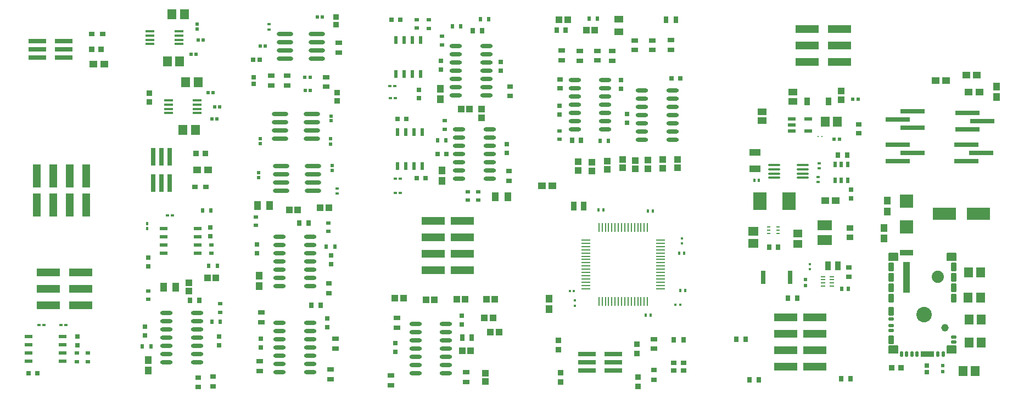
<source format=gbr>
%TF.GenerationSoftware,Altium Limited,Altium Designer,25.7.1 (20)*%
G04 Layer_Color=255*
%FSLAX45Y45*%
%MOMM*%
%TF.SameCoordinates,D8C98939-B5AC-4A14-9F93-74B2487226E3*%
%TF.FilePolarity,Positive*%
%TF.FileFunction,Pads,Top*%
%TF.Part,Single*%
G01*
G75*
%TA.AperFunction,SMDPad,CuDef*%
%ADD10R,3.68000X1.27000*%
%ADD11R,0.49000X0.55000*%
%ADD12R,0.90620X0.85490*%
%ADD13R,1.20840X1.01213*%
%ADD14R,1.01213X1.20840*%
%ADD15R,1.40000X1.50000*%
%ADD16R,1.35620X1.05500*%
%ADD17R,0.70000X0.90000*%
%ADD18R,0.22000X1.47500*%
%ADD19R,1.47500X0.22000*%
%ADD20R,1.47500X0.20000*%
%ADD21R,0.20000X1.47500*%
%ADD22R,1.00000X1.00000*%
%ADD23R,0.65000X0.90000*%
%ADD24R,1.05000X1.15000*%
%ADD25R,3.73000X0.74000*%
%ADD26R,1.00000X1.00000*%
%ADD27R,1.15000X1.05000*%
%ADD28R,1.45000X0.36000*%
%ADD29R,0.47500X0.47247*%
%ADD30O,2.50000X0.70000*%
%ADD31R,0.47247X0.47500*%
%ADD32R,0.93504X0.96213*%
%ADD33R,2.00000X2.00000*%
%ADD34R,0.47500X0.50000*%
%ADD35R,0.57247X0.56818*%
%ADD36R,1.40574X1.50822*%
%ADD37R,3.55000X1.85000*%
%TA.AperFunction,SMDPad,SMDef*%
G04:AMPARAMS|DCode=38|XSize=1.5mm|YSize=1.27mm|CornerRadius=0.0508mm|HoleSize=0mm|Usage=FLASHONLY|Rotation=0.000|XOffset=0mm|YOffset=0mm|HoleType=Round|Shape=RoundedRectangle|*
%AMROUNDEDRECTD38*
21,1,1.50000,1.16840,0,0,0.0*
21,1,1.39840,1.27000,0,0,0.0*
1,1,0.10160,0.69920,-0.58420*
1,1,0.10160,-0.69920,-0.58420*
1,1,0.10160,-0.69920,0.58420*
1,1,0.10160,0.69920,0.58420*
%
%ADD38ROUNDEDRECTD38*%
G04:AMPARAMS|DCode=39|XSize=0.8mm|YSize=1.3mm|CornerRadius=0.052mm|HoleSize=0mm|Usage=FLASHONLY|Rotation=0.000|XOffset=0mm|YOffset=0mm|HoleType=Round|Shape=RoundedRectangle|*
%AMROUNDEDRECTD39*
21,1,0.80000,1.19600,0,0,0.0*
21,1,0.69600,1.30000,0,0,0.0*
1,1,0.10400,0.34800,-0.59800*
1,1,0.10400,-0.34800,-0.59800*
1,1,0.10400,-0.34800,0.59800*
1,1,0.10400,0.34800,0.59800*
%
%ADD39ROUNDEDRECTD39*%
G04:AMPARAMS|DCode=40|XSize=0.8mm|YSize=0.5mm|CornerRadius=0.05mm|HoleSize=0mm|Usage=FLASHONLY|Rotation=0.000|XOffset=0mm|YOffset=0mm|HoleType=Round|Shape=RoundedRectangle|*
%AMROUNDEDRECTD40*
21,1,0.80000,0.40000,0,0,0.0*
21,1,0.70000,0.50000,0,0,0.0*
1,1,0.10000,0.35000,-0.20000*
1,1,0.10000,-0.35000,-0.20000*
1,1,0.10000,-0.35000,0.20000*
1,1,0.10000,0.35000,0.20000*
%
%ADD40ROUNDEDRECTD40*%
%ADD41C,2.39203*%
G04:AMPARAMS|DCode=42|XSize=2.1mm|YSize=0.8mm|CornerRadius=0.052mm|HoleSize=0mm|Usage=FLASHONLY|Rotation=0.000|XOffset=0mm|YOffset=0mm|HoleType=Round|Shape=RoundedRectangle|*
%AMROUNDEDRECTD42*
21,1,2.10000,0.69600,0,0,0.0*
21,1,1.99600,0.80000,0,0,0.0*
1,1,0.10400,0.99800,-0.34800*
1,1,0.10400,-0.99800,-0.34800*
1,1,0.10400,-0.99800,0.34800*
1,1,0.10400,0.99800,0.34800*
%
%ADD42ROUNDEDRECTD42*%
%TA.AperFunction,SMDPad,CuDef*%
%ADD43R,1.45000X0.35000*%
%ADD44R,0.74000X2.79000*%
%ADD45R,0.80000X0.95000*%
%ADD46R,1.45620X1.25464*%
%ADD47R,2.30620X1.55490*%
%ADD48R,0.52000X0.45000*%
%ADD49R,0.52000X0.48000*%
%ADD50R,1.35620X1.05464*%
%ADD51R,0.91000X1.22000*%
%TA.AperFunction,SMDPad,SMDef*%
%ADD52C,1.17000*%
%TA.AperFunction,SMDPad,CuDef*%
%ADD53R,0.96213X0.91340*%
%ADD54R,1.27000X3.68000*%
%ADD55R,1.05000X1.40000*%
%ADD56O,1.90000X0.60000*%
%TA.AperFunction,SMDPad,SMDef*%
G04:AMPARAMS|DCode=57|XSize=1.1mm|YSize=4.74mm|CornerRadius=0.0495mm|HoleSize=0mm|Usage=FLASHONLY|Rotation=0.000|XOffset=0mm|YOffset=0mm|HoleType=Round|Shape=RoundedRectangle|*
%AMROUNDEDRECTD57*
21,1,1.10000,4.64100,0,0,0.0*
21,1,1.00100,4.74000,0,0,0.0*
1,1,0.09900,0.50050,-2.32050*
1,1,0.09900,-0.50050,-2.32050*
1,1,0.09900,-0.50050,2.32050*
1,1,0.09900,0.50050,2.32050*
%
%ADD57ROUNDEDRECTD57*%
G04:AMPARAMS|DCode=58|XSize=0.5mm|YSize=0.8mm|CornerRadius=0.05mm|HoleSize=0mm|Usage=FLASHONLY|Rotation=0.000|XOffset=0mm|YOffset=0mm|HoleType=Round|Shape=RoundedRectangle|*
%AMROUNDEDRECTD58*
21,1,0.50000,0.70000,0,0,0.0*
21,1,0.40000,0.80000,0,0,0.0*
1,1,0.10000,0.20000,-0.35000*
1,1,0.10000,-0.20000,-0.35000*
1,1,0.10000,-0.20000,0.35000*
1,1,0.10000,0.20000,0.35000*
%
%ADD58ROUNDEDRECTD58*%
%ADD59C,1.89000*%
%TA.AperFunction,SMDPad,CuDef*%
G04:AMPARAMS|DCode=60|XSize=0.57mm|YSize=0.22mm|CornerRadius=0.0363mm|HoleSize=0mm|Usage=FLASHONLY|Rotation=180.000|XOffset=0mm|YOffset=0mm|HoleType=Round|Shape=RoundedRectangle|*
%AMROUNDEDRECTD60*
21,1,0.57000,0.14740,0,0,180.0*
21,1,0.49740,0.22000,0,0,180.0*
1,1,0.07260,-0.24870,0.07370*
1,1,0.07260,0.24870,0.07370*
1,1,0.07260,0.24870,-0.07370*
1,1,0.07260,-0.24870,-0.07370*
%
%ADD60ROUNDEDRECTD60*%
%ADD61R,0.46500X0.46000*%
%ADD62R,0.46000X0.47247*%
%ADD63R,0.47247X0.46000*%
%ADD64O,1.90000X0.35000*%
%ADD65R,1.15000X0.57000*%
%ADD66R,0.90000X0.70000*%
%ADD67R,0.65000X0.70000*%
%ADD68R,0.80000X1.00000*%
%ADD69R,1.00000X0.80000*%
%ADD70R,0.60000X0.90000*%
%ADD71R,0.70000X0.70000*%
%ADD72R,1.70000X1.10000*%
%ADD73R,2.00000X2.80000*%
%ADD74R,1.40000X1.05000*%
%ADD75R,0.60000X0.80000*%
%ADD76R,0.70000X0.65000*%
%ADD77R,0.95000X1.35000*%
%ADD78R,1.05000X0.90000*%
%ADD79R,0.94000X0.75000*%
%ADD80R,0.67248X0.66817*%
%ADD81R,0.62000X0.65000*%
G04:AMPARAMS|DCode=82|XSize=0.6mm|YSize=0.22mm|CornerRadius=0.044mm|HoleSize=0mm|Usage=FLASHONLY|Rotation=0.000|XOffset=0mm|YOffset=0mm|HoleType=Round|Shape=RoundedRectangle|*
%AMROUNDEDRECTD82*
21,1,0.60000,0.13200,0,0,0.0*
21,1,0.51200,0.22000,0,0,0.0*
1,1,0.08800,0.25600,-0.06600*
1,1,0.08800,-0.25600,-0.06600*
1,1,0.08800,-0.25600,0.06600*
1,1,0.08800,0.25600,0.06600*
%
%ADD82ROUNDEDRECTD82*%
G04:AMPARAMS|DCode=83|XSize=0.6mm|YSize=0.215mm|CornerRadius=0.043mm|HoleSize=0mm|Usage=FLASHONLY|Rotation=0.000|XOffset=0mm|YOffset=0mm|HoleType=Round|Shape=RoundedRectangle|*
%AMROUNDEDRECTD83*
21,1,0.60000,0.12900,0,0,0.0*
21,1,0.51400,0.21500,0,0,0.0*
1,1,0.08600,0.25700,-0.06450*
1,1,0.08600,-0.25700,-0.06450*
1,1,0.08600,-0.25700,0.06450*
1,1,0.08600,0.25700,0.06450*
%
%ADD83ROUNDEDRECTD83*%
%ADD84R,0.62000X0.58000*%
%ADD85R,1.50822X1.40574*%
%ADD86R,0.80000X2.00000*%
%ADD87R,0.80000X0.90000*%
%ADD88R,0.95000X0.75000*%
%ADD89R,0.90000X0.80000*%
%ADD90R,0.35000X0.42000*%
%ADD91R,0.95000X0.95000*%
%ADD92R,0.80000X0.60000*%
%ADD93R,0.93000X1.37000*%
%ADD94R,0.45000X0.42000*%
%ADD95R,0.43000X0.45000*%
G04:AMPARAMS|DCode=96|XSize=0.57mm|YSize=0.2mm|CornerRadius=0.033mm|HoleSize=0mm|Usage=FLASHONLY|Rotation=180.000|XOffset=0mm|YOffset=0mm|HoleType=Round|Shape=RoundedRectangle|*
%AMROUNDEDRECTD96*
21,1,0.57000,0.13400,0,0,180.0*
21,1,0.50400,0.20000,0,0,180.0*
1,1,0.06600,-0.25200,0.06700*
1,1,0.06600,0.25200,0.06700*
1,1,0.06600,0.25200,-0.06700*
1,1,0.06600,-0.25200,-0.06700*
%
%ADD96ROUNDEDRECTD96*%
%ADD97R,1.00000X0.75000*%
%ADD98R,0.47000X0.45000*%
%ADD99R,0.75000X0.94000*%
%ADD100R,0.45000X0.47000*%
G04:AMPARAMS|DCode=101|XSize=0.55mm|YSize=1.25mm|CornerRadius=0.0495mm|HoleSize=0mm|Usage=FLASHONLY|Rotation=90.000|XOffset=0mm|YOffset=0mm|HoleType=Round|Shape=RoundedRectangle|*
%AMROUNDEDRECTD101*
21,1,0.55000,1.15100,0,0,90.0*
21,1,0.45100,1.25000,0,0,90.0*
1,1,0.09900,0.57550,0.22550*
1,1,0.09900,0.57550,-0.22550*
1,1,0.09900,-0.57550,-0.22550*
1,1,0.09900,-0.57550,0.22550*
%
%ADD101ROUNDEDRECTD101*%
G04:AMPARAMS|DCode=102|XSize=0.55mm|YSize=1.25mm|CornerRadius=0.0495mm|HoleSize=0mm|Usage=FLASHONLY|Rotation=180.000|XOffset=0mm|YOffset=0mm|HoleType=Round|Shape=RoundedRectangle|*
%AMROUNDEDRECTD102*
21,1,0.55000,1.15100,0,0,180.0*
21,1,0.45100,1.25000,0,0,180.0*
1,1,0.09900,-0.22550,0.57550*
1,1,0.09900,0.22550,0.57550*
1,1,0.09900,0.22550,-0.57550*
1,1,0.09900,-0.22550,-0.57550*
%
%ADD102ROUNDEDRECTD102*%
%ADD103R,2.79000X0.74000*%
%ADD104R,0.25000X0.28000*%
%ADD105R,1.15000X0.60000*%
%ADD106R,0.53000X0.55000*%
%ADD107R,0.66817X0.67248*%
%ADD108R,0.46818X0.47247*%
%ADD109R,0.90000X0.80000*%
%ADD110R,0.95000X0.95000*%
D10*
X3150000Y4336500D02*
D03*
X3645000D02*
D03*
X3150000Y4082500D02*
D03*
X3645000D02*
D03*
X3150000Y3828500D02*
D03*
X3645000D02*
D03*
X15347501Y7582500D02*
D03*
X14852499D02*
D03*
X15347501Y7836500D02*
D03*
X14852499D02*
D03*
X15347501Y8090500D02*
D03*
X14852499D02*
D03*
X9085499Y4874499D02*
D03*
X14964999Y3381502D02*
D03*
Y3127502D02*
D03*
Y2873502D02*
D03*
X14521002Y3127502D02*
D03*
X14964999Y3635502D02*
D03*
X14521002Y3381502D02*
D03*
Y3635502D02*
D03*
Y2873502D02*
D03*
X9529501Y4874499D02*
D03*
X9085499Y4620499D02*
D03*
X9529501D02*
D03*
X9085499Y4366499D02*
D03*
X9529501Y5128499D02*
D03*
Y4366499D02*
D03*
X9085499Y5128499D02*
D03*
D11*
X15350000Y6395000D02*
D03*
X15264999D02*
D03*
D12*
X7605000Y7110130D02*
D03*
Y6985000D02*
D03*
X7587500Y8157433D02*
D03*
Y8282563D02*
D03*
D13*
X15124878Y5440000D02*
D03*
X15285252D02*
D03*
X16990373Y7297500D02*
D03*
X16830000D02*
D03*
X10920187Y5667500D02*
D03*
X10759813D02*
D03*
D14*
X9190000Y7173186D02*
D03*
Y7012812D02*
D03*
X9220000Y5905122D02*
D03*
Y5744749D02*
D03*
X6397500Y4285124D02*
D03*
Y4124750D02*
D03*
X4687500Y2980122D02*
D03*
Y2819748D02*
D03*
X10872500Y3927687D02*
D03*
Y3767314D02*
D03*
X16032500Y5020187D02*
D03*
Y4859813D02*
D03*
D15*
X5245000Y8322500D02*
D03*
X5055000D02*
D03*
X17345000Y3252500D02*
D03*
X17535001D02*
D03*
X17342500Y3610000D02*
D03*
X17532500D02*
D03*
X17337500Y4332500D02*
D03*
X17527499D02*
D03*
X17332500Y3942500D02*
D03*
X17522501D02*
D03*
X5265000Y7270000D02*
D03*
X5455000D02*
D03*
X5415000Y6535000D02*
D03*
X5225000D02*
D03*
X5175000Y7597500D02*
D03*
X4985000D02*
D03*
D16*
X14152499Y6677411D02*
D03*
Y6812588D02*
D03*
D17*
X9835000Y8067500D02*
D03*
X9695000D02*
D03*
X11222498Y6372500D02*
D03*
X11362498D02*
D03*
X7157500Y5100000D02*
D03*
X7017500D02*
D03*
X5472500Y3900000D02*
D03*
X5332500D02*
D03*
X10984999Y8080001D02*
D03*
X7344999Y3830000D02*
D03*
X11125004Y8080001D02*
D03*
X7205000Y3830000D02*
D03*
D18*
X12287001Y5032299D02*
D03*
X11637000D02*
D03*
X12387001Y3884696D02*
D03*
X11936999Y5032299D02*
D03*
X11687002Y3884696D02*
D03*
X11787002D02*
D03*
X12087001D02*
D03*
X12036999Y5032299D02*
D03*
X12387001D02*
D03*
X11987002Y3884696D02*
D03*
X11936999D02*
D03*
X12236999Y5032299D02*
D03*
X12136999D02*
D03*
X11836999D02*
D03*
X12287001Y3884696D02*
D03*
X12236999D02*
D03*
X11637000D02*
D03*
X11687002Y5032299D02*
D03*
D19*
X12585802Y4283497D02*
D03*
Y4433499D02*
D03*
Y4183497D02*
D03*
X11438199Y4283497D02*
D03*
Y4483496D02*
D03*
X12585802Y4683496D02*
D03*
X11438199Y4383496D02*
D03*
X12585802Y4783496D02*
D03*
Y4083497D02*
D03*
Y4833498D02*
D03*
Y4333499D02*
D03*
X11438199Y4083497D02*
D03*
Y4183497D02*
D03*
Y4683496D02*
D03*
Y4583496D02*
D03*
Y4783496D02*
D03*
Y4833498D02*
D03*
X12585802Y4533499D02*
D03*
D20*
X11438199Y4633498D02*
D03*
X12585802Y4133499D02*
D03*
Y4233499D02*
D03*
X11438199D02*
D03*
X12585802Y4483496D02*
D03*
X11438199Y4333499D02*
D03*
X12585802Y4733498D02*
D03*
Y4583496D02*
D03*
X11438199Y4533499D02*
D03*
Y4433499D02*
D03*
X12585802Y4383496D02*
D03*
X11438199Y4733498D02*
D03*
Y4133499D02*
D03*
X12585802Y4633498D02*
D03*
D21*
X12187001Y5032299D02*
D03*
X11887002D02*
D03*
X11787002D02*
D03*
X11737000D02*
D03*
Y3884696D02*
D03*
X11836999D02*
D03*
X11887002D02*
D03*
X12036999D02*
D03*
X12136999D02*
D03*
X12087001Y5032299D02*
D03*
X12187001Y3884696D02*
D03*
X11987002Y5032299D02*
D03*
X12336998D02*
D03*
Y3884696D02*
D03*
D22*
X9662500Y3119999D02*
D03*
X6995000Y5300000D02*
D03*
X6865000D02*
D03*
X7470001Y5332500D02*
D03*
X11442500Y8080000D02*
D03*
X11572500D02*
D03*
X9512500Y6855000D02*
D03*
X9642500D02*
D03*
X7340000Y5332500D02*
D03*
X5730000Y4247500D02*
D03*
X5600000D02*
D03*
X11025000Y8240000D02*
D03*
X11155000D02*
D03*
X8492500Y3939997D02*
D03*
X8622502D02*
D03*
X10095001Y3410001D02*
D03*
X9100002Y3912499D02*
D03*
X10035002Y3920002D02*
D03*
X10002500Y3632500D02*
D03*
X9572503Y3920002D02*
D03*
X9442501D02*
D03*
X9964999Y3410001D02*
D03*
X9532498Y3119999D02*
D03*
X9872497Y3632500D02*
D03*
X9904999Y3920002D02*
D03*
X8970000Y3912499D02*
D03*
D23*
X13957500Y2675000D02*
D03*
X14102499D02*
D03*
X13902499Y3300000D02*
D03*
X13757500D02*
D03*
X14555000Y3932500D02*
D03*
X14700000D02*
D03*
X15372501Y2687500D02*
D03*
X15517500D02*
D03*
D24*
X17767500Y7040000D02*
D03*
Y7205000D02*
D03*
X16082500Y5440000D02*
D03*
Y5275000D02*
D03*
D25*
X16472499Y6179998D02*
D03*
X17547501Y6667500D02*
D03*
X17321501Y6540500D02*
D03*
Y6794500D02*
D03*
X17306496Y6307000D02*
D03*
X16246500Y6052998D02*
D03*
X17532500Y6180000D02*
D03*
X17306496Y6053000D02*
D03*
X16246500Y6306998D02*
D03*
X16475502Y6570502D02*
D03*
Y6824502D02*
D03*
X16249498Y6697502D02*
D03*
D26*
X12620000Y5945002D02*
D03*
X15372501Y7132500D02*
D03*
X5318498Y4173459D02*
D03*
Y4043459D02*
D03*
X9825000Y6725000D02*
D03*
Y6855000D02*
D03*
X12005001Y6077502D02*
D03*
X11530001Y5902501D02*
D03*
X11317502Y5910001D02*
D03*
X9884999Y2647498D02*
D03*
X12392503Y5937499D02*
D03*
X12200002Y5932504D02*
D03*
X12005001Y5947499D02*
D03*
X11765001Y5922499D02*
D03*
X12847498Y5949996D02*
D03*
X15372501Y7002503D02*
D03*
X9884999Y2777500D02*
D03*
X11317502Y6039998D02*
D03*
X11530001Y6032503D02*
D03*
X12620000Y6075004D02*
D03*
X12392503Y6067501D02*
D03*
X12847498Y6079998D02*
D03*
X12200002Y6062501D02*
D03*
X11765001Y6052502D02*
D03*
D27*
X17302499Y7382500D02*
D03*
X17467500D02*
D03*
X17505000Y7120000D02*
D03*
X17339999D02*
D03*
X4007500Y7552004D02*
D03*
X3842496D02*
D03*
X5610001Y5919998D02*
D03*
X5445003D02*
D03*
D28*
X4997503Y6925004D02*
D03*
X5442501D02*
D03*
X4997503Y6860001D02*
D03*
X5442501D02*
D03*
Y6795002D02*
D03*
X4997503D02*
D03*
X5442501Y6990003D02*
D03*
X4997503D02*
D03*
D29*
X7297501Y8282498D02*
D03*
X5349646Y7700000D02*
D03*
X5456969Y7927503D02*
D03*
X6417142Y7830002D02*
D03*
X7373214Y8282498D02*
D03*
X6492855Y7830002D02*
D03*
X5532681Y7927503D02*
D03*
X5425359Y7700000D02*
D03*
D30*
X7287499Y8017002D02*
D03*
X6735003Y5592999D02*
D03*
X6717502Y6397000D02*
D03*
X6797502Y7763002D02*
D03*
X7225000Y5846999D02*
D03*
X7207499Y6651000D02*
D03*
X6735003Y5719999D02*
D03*
X7287499Y7636002D02*
D03*
X6717502Y6778000D02*
D03*
X6735003Y5973999D02*
D03*
X6797502Y7890002D02*
D03*
X7287499D02*
D03*
X6797502Y7636002D02*
D03*
X7287499Y7763002D02*
D03*
X6797502Y8017002D02*
D03*
X7225000Y5592999D02*
D03*
X6717502Y6651000D02*
D03*
X7207499Y6524000D02*
D03*
X6735003Y5846999D02*
D03*
X7225000Y5719999D02*
D03*
X7207499Y6397000D02*
D03*
Y6778000D02*
D03*
X6717502Y6524000D02*
D03*
X7225000Y5973999D02*
D03*
D31*
X6390000Y5797144D02*
D03*
X6417498Y6400002D02*
D03*
X7525202Y5983077D02*
D03*
X7504999Y6674998D02*
D03*
X5445003Y8092140D02*
D03*
Y8167853D02*
D03*
X7504999Y6750710D02*
D03*
X7525202Y5907364D02*
D03*
X6417498Y6324290D02*
D03*
X6390000Y5872856D02*
D03*
D32*
X16154420Y2862499D02*
D03*
X16297499D02*
D03*
D33*
X16382503Y5435001D02*
D03*
Y5035001D02*
D03*
D34*
X5671790Y6707500D02*
D03*
X5714643Y6895002D02*
D03*
X5609646Y7107499D02*
D03*
X5685358D02*
D03*
X5790356Y6895002D02*
D03*
X5747502Y6707500D02*
D03*
D35*
X16937500Y2804571D02*
D03*
Y2895000D02*
D03*
D36*
X17249998Y2812501D02*
D03*
X17435246D02*
D03*
X15312502Y6662501D02*
D03*
X15127254D02*
D03*
D37*
X16962502Y5237500D02*
D03*
X17492497D02*
D03*
D38*
X16174998Y3136499D02*
D03*
X17075003D02*
D03*
X16174998Y4573499D02*
D03*
X17075003D02*
D03*
D39*
X16139998Y3295000D02*
D03*
Y3734999D02*
D03*
Y3934998D02*
D03*
Y4094998D02*
D03*
Y4254998D02*
D03*
Y4414998D02*
D03*
X17109999Y3934998D02*
D03*
Y4094998D02*
D03*
Y4254998D02*
D03*
Y4414998D02*
D03*
D40*
X16139998Y3514999D02*
D03*
X17109999Y3335000D02*
D03*
Y3255000D02*
D03*
X16139998Y3434999D02*
D03*
Y3614999D02*
D03*
D41*
X16652890Y3681049D02*
D03*
D42*
X16705000Y3070001D02*
D03*
X16385002Y4640001D02*
D03*
D43*
X5162499Y7862494D02*
D03*
Y7927497D02*
D03*
Y8057495D02*
D03*
X4717501Y7862494D02*
D03*
Y8057495D02*
D03*
X5162499Y7992496D02*
D03*
X4717501Y7927497D02*
D03*
Y7992496D02*
D03*
D44*
X5022002Y6120003D02*
D03*
X4895002D02*
D03*
X4768002D02*
D03*
X5022002Y5713004D02*
D03*
X4895002D02*
D03*
X4768002D02*
D03*
D45*
X14267500Y4727499D02*
D03*
X14402501D02*
D03*
D46*
X14707500Y4772503D02*
D03*
Y4937658D02*
D03*
D47*
X15120000Y4834936D02*
D03*
Y5060061D02*
D03*
D48*
X7600002Y5628998D02*
D03*
X6555001Y8166500D02*
D03*
X7600002Y5551000D02*
D03*
X6555001Y8088502D02*
D03*
D49*
X7499998Y6396498D02*
D03*
Y6318499D02*
D03*
D50*
X14625002Y6972422D02*
D03*
Y7117578D02*
D03*
D51*
X14852498Y6977502D02*
D03*
X15179497D02*
D03*
D52*
X16975500Y3474999D02*
D03*
D53*
X4702501Y7105455D02*
D03*
Y6964546D02*
D03*
D54*
X3729000Y5822500D02*
D03*
Y5378503D02*
D03*
X3475000Y5822500D02*
D03*
Y5378503D02*
D03*
X3221000D02*
D03*
X2967000Y5822500D02*
D03*
Y5378503D02*
D03*
X3221000Y5822500D02*
D03*
D55*
X6562501Y5367500D02*
D03*
X10230002Y5499999D02*
D03*
X6372499Y5367500D02*
D03*
X4925995Y4105961D02*
D03*
X10040000Y5499999D02*
D03*
X5115997Y4105961D02*
D03*
D56*
X7184502Y4887199D02*
D03*
X12772502Y7021500D02*
D03*
Y6386500D02*
D03*
X11734998Y7177999D02*
D03*
X11264997Y6796999D02*
D03*
X12302500Y6640500D02*
D03*
Y6513500D02*
D03*
X11734998Y6542999D02*
D03*
X11264997Y6669999D02*
D03*
X9280002Y3413999D02*
D03*
X8810000Y2905999D02*
D03*
Y3032999D02*
D03*
X9280002Y2778999D02*
D03*
X7182348Y3428843D02*
D03*
X6712346Y3047843D02*
D03*
X7182348Y2793843D02*
D03*
X6712346Y2920843D02*
D03*
X7184502Y4760199D02*
D03*
X4969998Y3452002D02*
D03*
X6714500Y4633199D02*
D03*
X9482501Y6292002D02*
D03*
X9432498Y7576002D02*
D03*
X5439999Y2944002D02*
D03*
X11264997Y6542999D02*
D03*
X11734998Y7050999D02*
D03*
X11264997Y7304999D02*
D03*
X11734998Y6923999D02*
D03*
Y6669999D02*
D03*
Y6796999D02*
D03*
X11264997Y7177999D02*
D03*
Y7050999D02*
D03*
X11734998Y7304999D02*
D03*
X11264997Y6923999D02*
D03*
X5439999Y3325002D02*
D03*
X6712346Y3174843D02*
D03*
X8810000Y3159999D02*
D03*
X7184502Y4506199D02*
D03*
X9952502Y6165002D02*
D03*
X9902500Y7449002D02*
D03*
X12302500Y6767500D02*
D03*
X12772502Y7148500D02*
D03*
X9432498Y7449002D02*
D03*
X9482501Y6165002D02*
D03*
X9280002Y3540999D02*
D03*
X6714500Y4506199D02*
D03*
X7182348Y3555843D02*
D03*
X4969998Y3325002D02*
D03*
X9432498Y7068002D02*
D03*
X9902500Y7576002D02*
D03*
Y7703002D02*
D03*
Y7195002D02*
D03*
X9432498Y7830002D02*
D03*
Y7703002D02*
D03*
Y7322002D02*
D03*
Y7195002D02*
D03*
X9902500Y7830002D02*
D03*
Y7322002D02*
D03*
Y7068002D02*
D03*
X12302500Y6894500D02*
D03*
Y7021500D02*
D03*
X9952502Y5911002D02*
D03*
Y6038002D02*
D03*
Y6292002D02*
D03*
Y6419002D02*
D03*
Y6546002D02*
D03*
X9482501Y6038002D02*
D03*
Y6419002D02*
D03*
Y6546002D02*
D03*
Y5911002D02*
D03*
Y5784002D02*
D03*
X9952502D02*
D03*
X6714500Y4760199D02*
D03*
Y4887199D02*
D03*
X7184502Y4379199D02*
D03*
Y4633199D02*
D03*
X6714500Y4379199D02*
D03*
Y4252199D02*
D03*
X7184502D02*
D03*
Y4125199D02*
D03*
X6714500D02*
D03*
X5439999Y3198002D02*
D03*
X4969998Y3071002D02*
D03*
Y2944002D02*
D03*
X5439999Y3452002D02*
D03*
Y3579002D02*
D03*
Y3706002D02*
D03*
X4969998Y3198002D02*
D03*
Y3579002D02*
D03*
Y3706002D02*
D03*
X5439999Y3071002D02*
D03*
X6712346Y3301843D02*
D03*
Y3428843D02*
D03*
X7182348Y2920843D02*
D03*
Y3301843D02*
D03*
Y3174843D02*
D03*
Y3047843D02*
D03*
X6712346Y3555843D02*
D03*
Y2793843D02*
D03*
X8810000Y2778999D02*
D03*
X9280002Y3286999D02*
D03*
X8810000Y3540999D02*
D03*
X9280002Y2905999D02*
D03*
Y3159999D02*
D03*
Y3032999D02*
D03*
X8810000Y3286999D02*
D03*
Y3413999D02*
D03*
X12772502Y6513500D02*
D03*
Y6894500D02*
D03*
Y6767500D02*
D03*
Y6640500D02*
D03*
X12302500Y6386500D02*
D03*
Y7148500D02*
D03*
D57*
X16385002Y4254998D02*
D03*
D58*
X16945000Y3070001D02*
D03*
X16865001D02*
D03*
X16545001D02*
D03*
X16465001D02*
D03*
X16385002D02*
D03*
X16305002D02*
D03*
D59*
X16865001Y4265000D02*
D03*
D60*
X14401500Y4987503D02*
D03*
Y4937501D02*
D03*
X14253500Y5037501D02*
D03*
Y4937501D02*
D03*
D61*
X14887498Y4462856D02*
D03*
Y4387144D02*
D03*
D62*
X14031789Y5759999D02*
D03*
X12472502Y5282499D02*
D03*
X11705356Y5302500D02*
D03*
X12875357Y4629993D02*
D03*
X12967500Y4052500D02*
D03*
X12359645Y3677503D02*
D03*
X11629644Y5302500D02*
D03*
X12396790Y5282499D02*
D03*
X12951070Y4629993D02*
D03*
X12891788Y4052500D02*
D03*
X12435357Y3677503D02*
D03*
X14107500Y5759999D02*
D03*
D63*
X15032503Y5939648D02*
D03*
X15020000Y5805714D02*
D03*
Y5730001D02*
D03*
X15032503Y6015360D02*
D03*
D64*
X14779832Y5859866D02*
D03*
X14339835D02*
D03*
X14779832Y5794868D02*
D03*
Y5989869D02*
D03*
Y5924870D02*
D03*
X14339835D02*
D03*
Y5989869D02*
D03*
Y5794868D02*
D03*
D65*
X14607500Y6612499D02*
D03*
Y6517498D02*
D03*
Y6707500D02*
D03*
D66*
X15647502Y6482502D02*
D03*
X5455001Y2705003D02*
D03*
Y2564999D02*
D03*
X11042498Y7175002D02*
D03*
X15647502Y6622501D02*
D03*
X11042498Y7315007D02*
D03*
D67*
X12892496Y7332502D02*
D03*
X8440001Y8237501D02*
D03*
X9147500Y6159998D02*
D03*
X8530001Y6707500D02*
D03*
X8964996Y5790001D02*
D03*
X2979994Y2775001D02*
D03*
X2844998D02*
D03*
X8830000Y5790001D02*
D03*
X12757501Y7332502D02*
D03*
X9282496Y6159998D02*
D03*
X8664997Y6707500D02*
D03*
X8574997Y8237501D02*
D03*
D68*
X12822499Y8235000D02*
D03*
X9677502Y3330001D02*
D03*
X9527499D02*
D03*
X12672502Y8235000D02*
D03*
D69*
X12750002Y7922504D02*
D03*
X12460097Y7917398D02*
D03*
X12192498Y7917500D02*
D03*
X11842504Y7605003D02*
D03*
X11615000Y7607500D02*
D03*
X11342502Y7604999D02*
D03*
X11062498Y7612502D02*
D03*
X8527501Y3632500D02*
D03*
X9592498Y2640000D02*
D03*
X7575000Y3160000D02*
D03*
X8427502Y2740000D02*
D03*
X7497501Y2682499D02*
D03*
X6410000Y2960004D02*
D03*
X12487499Y3304997D02*
D03*
X11615000Y7757497D02*
D03*
X12487499Y3155000D02*
D03*
X8427502Y2589997D02*
D03*
X12192498Y7767498D02*
D03*
X7575000Y3310002D02*
D03*
X9592498Y2789997D02*
D03*
X8527501Y3482497D02*
D03*
X7497501Y2832501D02*
D03*
X6434999Y3712505D02*
D03*
X6410000Y2810002D02*
D03*
X12460097Y7767396D02*
D03*
X12750002Y7772502D02*
D03*
X11842504Y7755005D02*
D03*
X11342502Y7755001D02*
D03*
X11062498Y7762504D02*
D03*
X6434999Y3562502D02*
D03*
D70*
X15377499Y5759999D02*
D03*
X15282500D02*
D03*
X15377499Y5999998D02*
D03*
X15472501Y5759999D02*
D03*
Y5999998D02*
D03*
X15282500D02*
D03*
D71*
X15530002Y5475000D02*
D03*
Y5615000D02*
D03*
D72*
X14043233Y5931809D02*
D03*
Y6191814D02*
D03*
D73*
X14567499Y5432501D02*
D03*
X14117497D02*
D03*
D74*
X11942501Y8242503D02*
D03*
Y8052501D02*
D03*
D75*
X11617503Y8252501D02*
D03*
X11782500Y6367502D02*
D03*
X9147500Y6372499D02*
D03*
X7564999Y4730003D02*
D03*
X5527497Y5290002D02*
D03*
X5800000Y3572500D02*
D03*
X4597500Y3187500D02*
D03*
X9507500Y8135002D02*
D03*
X9377502D02*
D03*
X5752501Y4437502D02*
D03*
X5622503D02*
D03*
X11652498Y6367502D02*
D03*
X9277497Y6372499D02*
D03*
X9809998Y8244997D02*
D03*
X11487501Y8252501D02*
D03*
X5657499Y5290002D02*
D03*
X7435002Y4730003D02*
D03*
X9940000Y8244997D02*
D03*
X5669998Y3572500D02*
D03*
X4727502Y3187500D02*
D03*
D76*
X11974998Y7172498D02*
D03*
X12075003Y6647500D02*
D03*
X11030000Y6770003D02*
D03*
X10122499Y7584999D02*
D03*
X9197503Y7600000D02*
D03*
X8862502Y7022501D02*
D03*
X10217500Y6312499D02*
D03*
X9522501Y3527501D02*
D03*
X7507498Y4457502D02*
D03*
X7452502Y3490001D02*
D03*
X8497499Y3102503D02*
D03*
X6367501Y4627499D02*
D03*
X5644998Y5027498D02*
D03*
X4689998Y4429999D02*
D03*
X4639999Y3497499D02*
D03*
X6422502Y3312498D02*
D03*
X3600000Y3342500D02*
D03*
X5777499Y3205002D02*
D03*
X6422502Y3177502D02*
D03*
X5777499Y3340003D02*
D03*
X8497499Y3237499D02*
D03*
X4689998Y4564995D02*
D03*
X7507498Y4592503D02*
D03*
X8862502Y7157502D02*
D03*
X10217500Y6177498D02*
D03*
X11030000Y6904999D02*
D03*
X10122499Y7450003D02*
D03*
X12075003Y6782501D02*
D03*
X9197503Y7465004D02*
D03*
X11974998Y7307494D02*
D03*
X9522501Y3662497D02*
D03*
X5644998Y4892502D02*
D03*
X6367501Y4762495D02*
D03*
X7452502Y3624997D02*
D03*
X4639999Y3362504D02*
D03*
X3600000Y3207504D02*
D03*
D77*
X11252500Y5360005D02*
D03*
X11402502D02*
D03*
D78*
X15512502Y5020005D02*
D03*
Y4875002D02*
D03*
D79*
X15490991Y4407546D02*
D03*
Y4267546D02*
D03*
D80*
X16695624Y2794568D02*
D03*
Y2895000D02*
D03*
X6317498Y7247285D02*
D03*
Y7347717D02*
D03*
D81*
X15485005Y4082501D02*
D03*
X15385001D02*
D03*
D82*
X15097498Y4270004D02*
D03*
Y4120001D02*
D03*
X15227495D02*
D03*
Y4270004D02*
D03*
D83*
X15097498Y4170004D02*
D03*
X15227495D02*
D03*
Y4220001D02*
D03*
X15097498D02*
D03*
D84*
X14819998Y4221002D02*
D03*
Y4129003D02*
D03*
D85*
X14014999Y4779752D02*
D03*
Y4964999D02*
D03*
D86*
X14170000Y4257502D02*
D03*
X14589999D02*
D03*
D87*
X12792502Y3290001D02*
D03*
X12942499D02*
D03*
D88*
X12939999Y2822499D02*
D03*
X12794996Y2937500D02*
D03*
Y2822499D02*
D03*
X12939999Y2937500D02*
D03*
D89*
X12490003Y2674996D02*
D03*
X5685003Y2722499D02*
D03*
X10267500Y7207504D02*
D03*
X5685003Y2572497D02*
D03*
X7477501Y4012499D02*
D03*
X10252500Y5747498D02*
D03*
X10267500Y7057502D02*
D03*
X10252500Y5897500D02*
D03*
X7477501Y4162501D02*
D03*
X12490003Y2824998D02*
D03*
D90*
X11253001Y4050001D02*
D03*
X11187002D02*
D03*
D91*
X12242500Y2572500D02*
D03*
X11045003Y2640000D02*
D03*
X12222500Y3222498D02*
D03*
X11014999Y3282502D02*
D03*
X12242500Y2717504D02*
D03*
X11014999Y3137504D02*
D03*
X12222500Y3077500D02*
D03*
X11045003Y2784999D02*
D03*
D92*
X9215001Y7979999D02*
D03*
X6350000Y5190002D02*
D03*
X5800001Y3849996D02*
D03*
Y3719998D02*
D03*
X8832499Y8107503D02*
D03*
X9017500Y8235004D02*
D03*
X8832499Y8237500D02*
D03*
X9612498Y5452501D02*
D03*
Y5582498D02*
D03*
X3585002Y3087502D02*
D03*
Y2957500D02*
D03*
X5662498Y4760001D02*
D03*
X9260002Y6547500D02*
D03*
Y6677503D02*
D03*
X11030001Y6387495D02*
D03*
X5662498Y4629998D02*
D03*
X7462500Y4964999D02*
D03*
X9215001Y7849996D02*
D03*
X7462500Y5095001D02*
D03*
X9017500Y8105002D02*
D03*
X9775002Y5447502D02*
D03*
Y5577500D02*
D03*
X11030001Y6517498D02*
D03*
X3754999Y3087497D02*
D03*
X6350000Y5060005D02*
D03*
X3754999Y2957500D02*
D03*
X4692498Y3917498D02*
D03*
Y4047500D02*
D03*
D93*
X15167497Y4435003D02*
D03*
X15324501D02*
D03*
D94*
X12915001Y4780001D02*
D03*
X11270000Y3820003D02*
D03*
X12915001Y4860000D02*
D03*
X11270000Y3900002D02*
D03*
D95*
X12892245Y3835254D02*
D03*
X12812247D02*
D03*
D96*
X14401500Y5037501D02*
D03*
X14253500Y4987503D02*
D03*
D97*
X7622499Y7882438D02*
D03*
Y7732436D02*
D03*
X6582501Y7372497D02*
D03*
X6827500Y7222500D02*
D03*
Y7372497D02*
D03*
X7427498Y7200001D02*
D03*
Y7350003D02*
D03*
X6582501Y7222500D02*
D03*
D98*
X3002502Y3517500D02*
D03*
X3077503D02*
D03*
X8497499Y5780004D02*
D03*
X8572500D02*
D03*
X8412499Y7210000D02*
D03*
X8487500D02*
D03*
X3342502Y3520004D02*
D03*
X4987498Y5217500D02*
D03*
X8574999Y5564998D02*
D03*
X8494999Y7022501D02*
D03*
X8499998Y5564998D02*
D03*
X5062499Y5217500D02*
D03*
X8419998Y7022501D02*
D03*
X3417503Y3520004D02*
D03*
D99*
X15464999Y6150000D02*
D03*
X15325000D02*
D03*
D100*
X4675002Y5090003D02*
D03*
Y5015001D02*
D03*
D101*
X2844998Y3342503D02*
D03*
X4924999Y5015001D02*
D03*
X2844998Y2961503D02*
D03*
X4924999Y4634001D02*
D03*
X5449997Y4888001D02*
D03*
X3369996Y3215503D02*
D03*
X5449997Y4761001D02*
D03*
Y4634001D02*
D03*
Y5015001D02*
D03*
X4924999Y4761001D02*
D03*
Y4888001D02*
D03*
X3369996Y3342503D02*
D03*
X2844998Y3088503D02*
D03*
X3369996Y2961503D02*
D03*
Y3088503D02*
D03*
X2844998Y3215503D02*
D03*
D102*
X8532002Y5974999D02*
D03*
X8504001Y7400000D02*
D03*
X8913002Y5974999D02*
D03*
X8885001Y7400000D02*
D03*
X8659002Y6499997D02*
D03*
X8631001Y7924998D02*
D03*
Y7400000D02*
D03*
X8758001D02*
D03*
X8504001Y7924998D02*
D03*
X8758001D02*
D03*
X8885001D02*
D03*
X8786002Y6499997D02*
D03*
X8659002Y5974999D02*
D03*
X8532002Y6499997D02*
D03*
X8786002Y5974999D02*
D03*
X8913002Y6499997D02*
D03*
D103*
X11860002Y2946999D02*
D03*
X11453002D02*
D03*
X3382004Y7904500D02*
D03*
Y7777500D02*
D03*
Y7650500D02*
D03*
X2975000D02*
D03*
Y7777500D02*
D03*
Y7904500D02*
D03*
X11453002Y3073999D02*
D03*
X11860002D02*
D03*
X11453002Y2819999D02*
D03*
X11860002D02*
D03*
D104*
X15075002Y6435000D02*
D03*
X15020000D02*
D03*
D105*
X14867499Y6707500D02*
D03*
Y6517498D02*
D03*
D106*
X15555002Y7012500D02*
D03*
X15639999D02*
D03*
D107*
X6405001Y7615001D02*
D03*
X6304570D02*
D03*
D108*
X7107072Y7145000D02*
D03*
X7187499D02*
D03*
X7102287Y7349998D02*
D03*
X7182714D02*
D03*
D109*
X5410002Y5652501D02*
D03*
X3982501Y8017002D02*
D03*
X3812499D02*
D03*
X5580004Y5652501D02*
D03*
D110*
X3962496Y7782001D02*
D03*
X3817498D02*
D03*
X5572501Y6170000D02*
D03*
X5427502D02*
D03*
%TF.MD5,44d8e2e51560417ff575831b2d0f60ed*%
M02*

</source>
